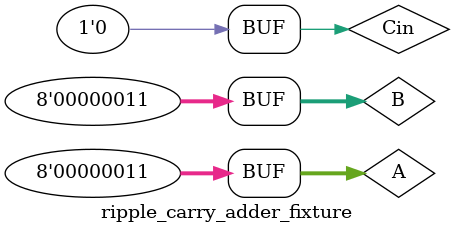
<source format=v>
`timescale 1ns / 1ps


module ripple_carry_adder_fixture;

	// Inputs
	reg [7:0] A;
	reg [7:0] B;
	reg Cin;

	// Outputs
	wire [7:0] S;
	wire Cout;

	// Instantiate the Unit Under Test (UUT)
	ripple_carry_adder uut (
		.S(S), 
		.Cout(Cout), 
		.A(A), 
		.B(B), 
		.Cin(Cin)
	);

	initial begin
		// Initialize Inputs
		A = 8'b00000011;
		B = 8'b00000011;
		
		Cin = 0;

		// Wait 100 ns for global reset to finish
		#100;
        
		// Add stimulus here

	end
      
endmodule


</source>
